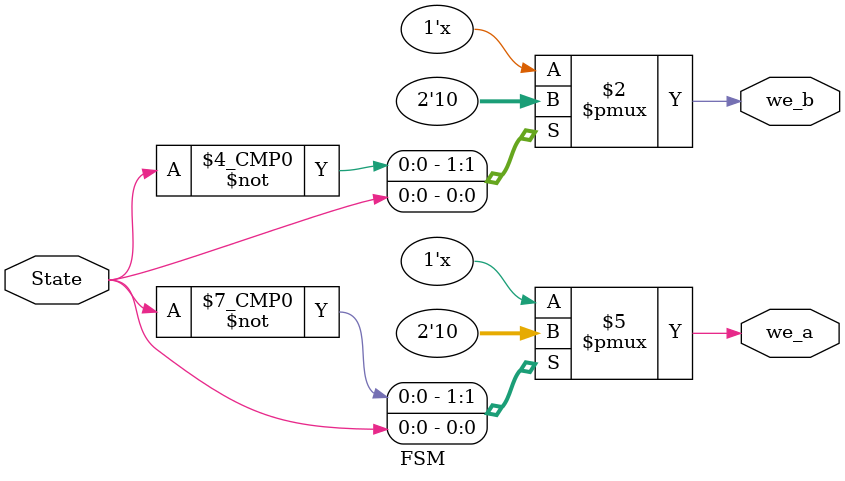
<source format=v>
module FSM #(parameter WIDTH = 16, WRITE = 1'b0, READ = 1'b1)
                   (input State,
						  output reg we_a,
						  output reg we_b);
						  
   always @(*) begin
		case (State)
				WRITE: begin
					 we_a <= 1; // Enable writing
					 we_b <= 1;
				end
				READ: begin
					 we_a <= 0; // Disable writing
					 we_b <= 0;
				end
		  endcase
	 end
endmodule

</source>
